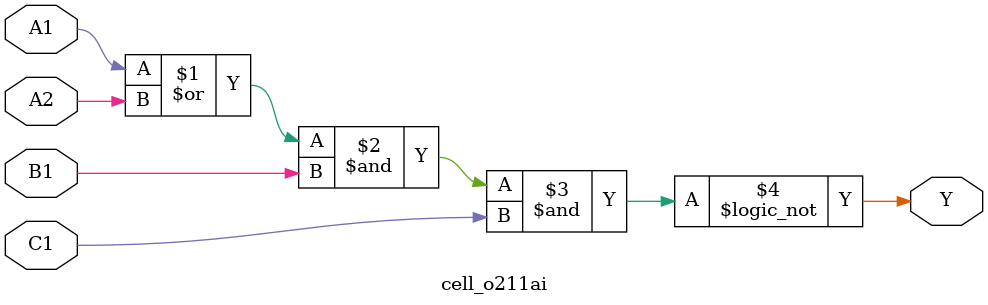
<source format=v>
`timescale 1ps/1ps
module cell_o211ai
(
    input wire A1,
    input wire A2,
    input wire B1,
    input wire C1,
    output wire Y
);
    assign Y = !((A1 | A2) & B1 & C1);
endmodule

</source>
